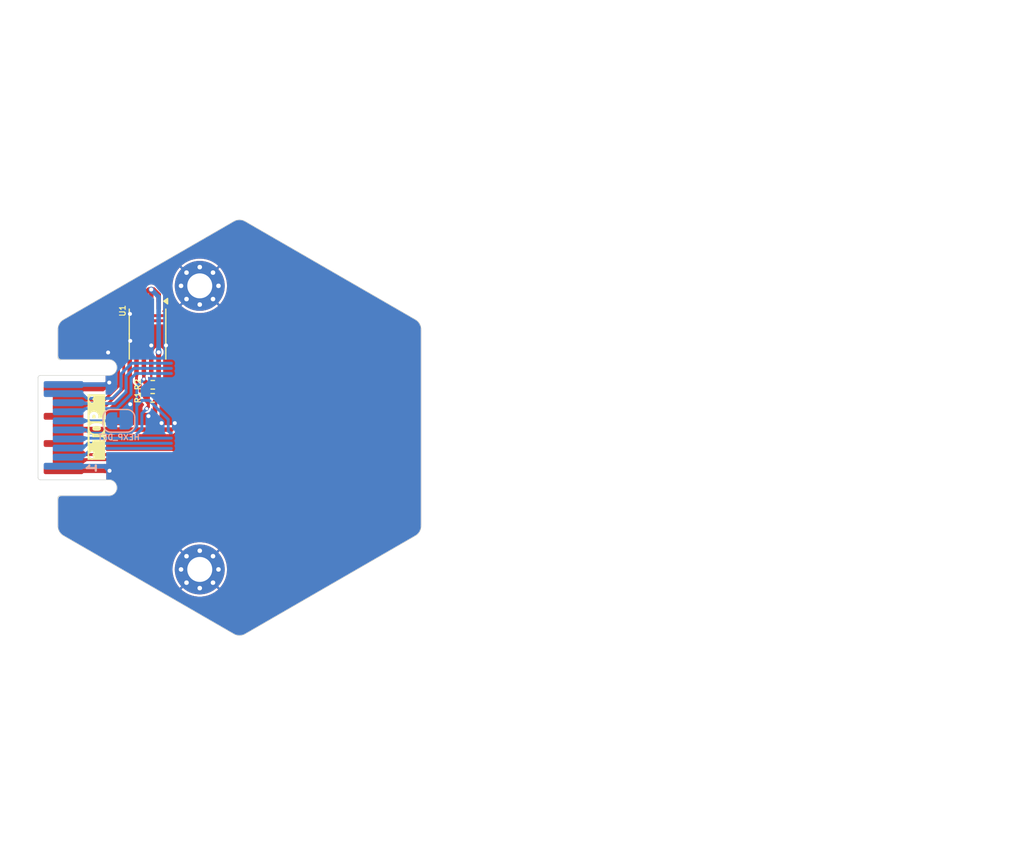
<source format=kicad_pcb>
(kicad_pcb (version 20240108) (generator "pcbnew") (generator_version "8.0")
  (layers (0 "F.Cu" signal) (31 "B.Cu" signal) (34 "B.Paste" user) (35 "F.Paste" user) (36 "B.SilkS" user "B.Silkscreen") (37 "F.SilkS" user "F.Silkscreen") (38 "B.Mask" user) (39 "F.Mask" user) (44 "Edge.Cuts" user))
  (net 0 "")
  (net 1 "GND")
  (net 2 "/LS_A")
  (net 3 "/LS_B")
  (net 4 "/SDA")
  (net 5 "/SCL")
  (net 6 "/LS_C")
  (net 7 "/LS_D")
  (net 8 "/LS_E")
  (net 9 "/HS_F")
  (net 10 "/HS_G")
  (net 11 "/HS_H")
  (net 12 "/HS_I")
  (net 13 "/HEXP_DET")
  (net 14 "+3V3")
  (footprint "tildagon:hexpansion-edge-connector" (layer "F.Cu") (at 98.25 100)
    (property "Reference" "J1" (hide yes))
    (property "Value" "Hexpansion-Connector" (hide yes))
    (fp_line (start 0 4.4) (end 0 -4.4) (stroke (width 0.05)) (layer "Edge.Cuts"))
    (fp_line (start 6.25 -6) (end 2 -6) (stroke (width 0.05)) (layer "Edge.Cuts"))
    (fp_line (start 6.25 -4.6) (end 0.2 -4.6) (stroke (width 0.05)) (layer "Edge.Cuts"))
    (fp_line (start 6.25 4.6) (end 0.2 4.6) (stroke (width 0.05)) (layer "Edge.Cuts"))
    (fp_line (start 6.25 6) (end 2 6) (stroke (width 0.05)) (layer "Edge.Cuts"))
    (fp_arc (start 0 -4.4) (mid 0.058579 -4.541421) (end 0.2 -4.6) (stroke (width 0.05)) (layer "Edge.Cuts"))
    (fp_arc (start 0.2 4.6) (mid 0.058579 4.541421) (end 0 4.4) (stroke (width 0.05)) (layer "Edge.Cuts"))
    (fp_arc (start 6.25 -6) (mid 6.744975 -5.794975) (end 6.95 -5.3) (stroke (width 0.05)) (layer "Edge.Cuts"))
    (fp_arc (start 6.25 4.6) (mid 6.744975 4.805025) (end 6.95 5.3) (stroke (width 0.05)) (layer "Edge.Cuts"))
    (fp_arc (start 6.95 -5.3) (mid 6.744975 -4.805025) (end 6.25 -4.6) (stroke (width 0.05)) (layer "Edge.Cuts"))
    (fp_arc (start 6.95 5.3) (mid 6.744975 5.794975) (end 6.25 6) (stroke (width 0.05)) (layer "Edge.Cuts"))
    (fp_text user "1" (at 5.2 3.05 90) (layer "B.SilkS") (effects (font (size 0.8 0.8) (thickness 0.2) (bold yes)) (justify left bottom mirror)))
    (fp_text user "^ TOP ^" (at 5.8 2.85 90) (layer "F.SilkS" knockout) (effects (font (thickness 0.25) (bold yes)) (justify left bottom)))
    (pad "1" smd roundrect (at 2.25 3.4) (size 3.5 0.6) (layers "B.Cu" "B.Mask") (net 1 "GND"))
    (pad "2" smd roundrect (at 2.65 2.6) (size 2.7 0.6) (layers "B.Cu" "B.Mask") (net 2 "/LS_A"))
    (pad "3" smd roundrect (at 2.65 1.8) (size 2.7 0.6) (layers "B.Cu" "B.Mask") (net 3 "/LS_B"))
    (pad "4" smd roundrect (at 2.65 1) (size 2.7 0.6) (layers "B.Cu" "B.Mask") (net 4 "/SDA"))
    (pad "5" smd roundrect (at 2.65 0.2) (size 2.7 0.6) (layers "B.Cu" "B.Mask") (net 5 "/SCL"))
    (pad "6" smd roundrect (at 2.65 -0.6) (size 2.7 0.6) (layers "B.Cu" "B.Mask") (net 13 "/HEXP_DET"))
    (pad "7" smd roundrect (at 2.65 -1.4) (size 2.7 0.6) (layers "B.Cu" "B.Mask") (net 6 "/LS_C"))
    (pad "8" smd roundrect (at 2.65 -2.2) (size 2.7 0.6) (layers "B.Cu" "B.Mask") (net 7 "/LS_D"))
    (pad "9" smd roundrect (at 2.25 -3) (size 3.5 0.6) (layers "B.Cu" "B.Mask") (net 8 "/LS_E"))
    (pad "10" smd roundrect (at 2.25 -3.8) (size 3.5 0.6) (layers "B.Cu" "B.Mask") (net 1 "GND"))
    (pad "11" smd roundrect (at 2.25 -3.4 180) (size 3.5 0.6) (layers "F.Cu" "F.Mask") (net 1 "GND"))
    (pad "12" smd roundrect (at 2.65 -2.6 180) (size 2.7 0.6) (layers "F.Cu" "F.Mask") (net 9 "/HS_F"))
    (pad "13" smd roundrect (at 2.65 -1.8 180) (size 2.7 0.6) (layers "F.Cu" "F.Mask") (net 10 "/HS_G"))
    (pad "14" smd roundrect (at 2.25 -1 180) (size 3.5 0.6) (layers "F.Cu" "F.Mask") (net 1 "GND"))
    (pad "15" smd roundrect (at 2.65 -0.2 180) (size 2.7 0.6) (layers "F.Cu" "F.Mask") (net 14 "+3V3"))
    (pad "16" smd roundrect (at 2.65 0.6 180) (size 2.7 0.6) (layers "F.Cu" "F.Mask") (net 14 "+3V3"))
    (pad "17" smd roundrect (at 2.25 1.4 180) (size 3.5 0.6) (layers "F.Cu" "F.Mask") (net 1 "GND"))
    (pad "18" smd roundrect (at 2.65 2.2 180) (size 2.7 0.6) (layers "F.Cu" "F.Mask") (net 11 "/HS_H"))
    (pad "19" smd roundrect (at 2.65 3 180) (size 2.7 0.6) (layers "F.Cu" "F.Mask") (net 12 "/HS_I"))
    (pad "20" smd roundrect (at 2.25 3.8 180) (size 3.5 0.6) (layers "F.Cu" "F.Mask") (net 1 "GND"))
  )
  (footprint "MountingHole:MountingHole_2.2mm_M2_Pad_Via" (layer "F.Cu") (at 112.5 87.5)
    (property "Reference" "H2" (hide yes))
    (property "Value" "MountingHole_Pad" (hide yes))
    (pad "1" thru_hole circle (at -1.65 0) (size 0.7 0.7) (drill 0.4) (layers "*.Cu" "*.Mask") (net 1 "GND"))
    (pad "1" thru_hole circle (at -1.166726 -1.166726) (size 0.7 0.7) (drill 0.4) (layers "*.Cu" "*.Mask") (net 1 "GND"))
    (pad "1" thru_hole circle (at -1.166726 1.166726) (size 0.7 0.7) (drill 0.4) (layers "*.Cu" "*.Mask") (net 1 "GND"))
    (pad "1" thru_hole circle (at 0 -1.65) (size 0.7 0.7) (drill 0.4) (layers "*.Cu" "*.Mask") (net 1 "GND"))
    (pad "1" thru_hole circle (at 0 0) (size 4.4 4.4) (drill 2.2) (layers "*.Cu" "*.Mask") (net 1 "GND"))
    (pad "1" thru_hole circle (at 0 1.65) (size 0.7 0.7) (drill 0.4) (layers "*.Cu" "*.Mask") (net 1 "GND"))
    (pad "1" thru_hole circle (at 1.166726 -1.166726) (size 0.7 0.7) (drill 0.4) (layers "*.Cu" "*.Mask") (net 1 "GND"))
    (pad "1" thru_hole circle (at 1.166726 1.166726) (size 0.7 0.7) (drill 0.4) (layers "*.Cu" "*.Mask") (net 1 "GND"))
    (pad "1" thru_hole circle (at 1.65 0) (size 0.7 0.7) (drill 0.4) (layers "*.Cu" "*.Mask") (net 1 "GND"))
  )
  (footprint "Resistor_SMD:R_0402_1005Metric" (layer "F.Cu") (at 108.35 97.375 180)
    (property "Reference" "R1" (at 1.3 0.025 90) (layer "F.SilkS") (effects (font (size 0.5 0.5) (thickness 0.1) (bold yes))))
    (property "Value" "4k7")
    (fp_line (start -0.153641 0.38) (end 0.153641 0.38) (stroke (width 0.12)) (layer "F.SilkS"))
    (fp_line (start -0.153641 -0.38) (end 0.153641 -0.38) (stroke (width 0.12)) (layer "F.SilkS"))
    (pad "1" smd roundrect (at -0.51 0 180) (size 0.54 0.64) (layers "F.Cu" "F.Paste" "F.Mask") (net 14 "+3V3"))
    (pad "2" smd roundrect (at 0.51 0 180) (size 0.54 0.64) (layers "F.Cu" "F.Paste" "F.Mask") (net 4 "/SDA"))
  )
  (footprint "Package_SO:TSSOP-8_4.4x3mm_P0.65mm" (layer "F.Cu") (at 107.9 91.75 -90)
    (property "Reference" "U1" (at -2.05 2.2 90) (layer "F.SilkS") (effects (font (size 0.5 0.5) (thickness 0.1) (bold yes))))
    (property "Value" "ZD24C64A-XGMT" (hide yes))
    (fp_line (start 0 1.61) (end -2.2 1.61) (stroke (width 0.12)) (layer "F.SilkS"))
    (fp_line (start 0 1.61) (end 2.2 1.61) (stroke (width 0.12)) (layer "F.SilkS"))
    (fp_line (start 0 -1.61) (end -2.2 -1.61) (stroke (width 0.12)) (layer "F.SilkS"))
    (fp_line (start 0 -1.61) (end 2.2 -1.61) (stroke (width 0.12)) (layer "F.SilkS"))
    (fp_poly (pts (xy -2.9 -1.435) (xy -3.14 -1.765) (xy -2.66 -1.765) (xy -2.9 -1.435)) (stroke (width 0.12)) (fill solid) (layer "F.SilkS"))
    (pad "1" smd roundrect (at -2.8625 -0.975 270) (size 1.475 0.4) (layers "F.Cu" "F.Paste" "F.Mask") (net 14 "+3V3"))
    (pad "2" smd roundrect (at -2.8625 -0.325 270) (size 1.475 0.4) (layers "F.Cu" "F.Paste" "F.Mask") (net 14 "+3V3"))
    (pad "3" smd roundrect (at -2.8625 0.325 270) (size 1.475 0.4) (layers "F.Cu" "F.Paste" "F.Mask") (net 14 "+3V3"))
    (pad "4" smd roundrect (at -2.8625 0.975 270) (size 1.475 0.4) (layers "F.Cu" "F.Paste" "F.Mask") (net 1 "GND"))
    (pad "5" smd roundrect (at 2.8625 0.975 270) (size 1.475 0.4) (layers "F.Cu" "F.Paste" "F.Mask") (net 4 "/SDA"))
    (pad "6" smd roundrect (at 2.8625 0.325 270) (size 1.475 0.4) (layers "F.Cu" "F.Paste" "F.Mask") (net 5 "/SCL"))
    (pad "7" smd roundrect (at 2.8625 -0.325 270) (size 1.475 0.4) (layers "F.Cu" "F.Paste" "F.Mask") (net 1 "GND"))
    (pad "8" smd roundrect (at 2.8625 -0.975 270) (size 1.475 0.4) (layers "F.Cu" "F.Paste" "F.Mask") (net 14 "+3V3"))
  )
  (footprint "Resistor_SMD:R_0402_1005Metric" (layer "F.Cu") (at 108.36 96.225 180)
    (property "Reference" "R2" (at 1.31 0.025 90) (layer "F.SilkS") (effects (font (size 0.5 0.5) (thickness 0.1) (bold yes))))
    (property "Value" "4k7")
    (fp_line (start -0.153641 0.38) (end 0.153641 0.38) (stroke (width 0.12)) (layer "F.SilkS"))
    (fp_line (start -0.153641 -0.38) (end 0.153641 -0.38) (stroke (width 0.12)) (layer "F.SilkS"))
    (pad "1" smd roundrect (at -0.51 0 180) (size 0.54 0.64) (layers "F.Cu" "F.Paste" "F.Mask") (net 14 "+3V3"))
    (pad "2" smd roundrect (at 0.51 0 180) (size 0.54 0.64) (layers "F.Cu" "F.Paste" "F.Mask") (net 5 "/SCL"))
  )
  (footprint "MountingHole:MountingHole_2.2mm_M2_Pad_Via" (layer "F.Cu") (at 112.5 112.5)
    (property "Reference" "H1" (hide yes))
    (property "Value" "MountingHole_Pad" (hide yes))
    (pad "1" thru_hole circle (at -1.65 0) (size 0.7 0.7) (drill 0.4) (layers "*.Cu" "*.Mask") (net 1 "GND"))
    (pad "1" thru_hole circle (at -1.166726 -1.166726) (size 0.7 0.7) (drill 0.4) (layers "*.Cu" "*.Mask") (net 1 "GND"))
    (pad "1" thru_hole circle (at -1.166726 1.166726) (size 0.7 0.7) (drill 0.4) (layers "*.Cu" "*.Mask") (net 1 "GND"))
    (pad "1" thru_hole circle (at 0 -1.65) (size 0.7 0.7) (drill 0.4) (layers "*.Cu" "*.Mask") (net 1 "GND"))
    (pad "1" thru_hole circle (at 0 0) (size 4.4 4.4) (drill 2.2) (layers "*.Cu" "*.Mask") (net 1 "GND"))
    (pad "1" thru_hole circle (at 0 1.65) (size 0.7 0.7) (drill 0.4) (layers "*.Cu" "*.Mask") (net 1 "GND"))
    (pad "1" thru_hole circle (at 1.166726 -1.166726) (size 0.7 0.7) (drill 0.4) (layers "*.Cu" "*.Mask") (net 1 "GND"))
    (pad "1" thru_hole circle (at 1.166726 1.166726) (size 0.7 0.7) (drill 0.4) (layers "*.Cu" "*.Mask") (net 1 "GND"))
    (pad "1" thru_hole circle (at 1.65 0) (size 0.7 0.7) (drill 0.4) (layers "*.Cu" "*.Mask") (net 1 "GND"))
  )
  (footprint "Jumper:SolderJumper-2_P1.3mm_Bridged_RoundedPad1.0x1.5mm" (layer "B.Cu") (at 105.375 99.4)
    (property "Reference" "JP1" (hide yes))
    (property "Value" "HEXP_DET" (at 0 1.45 0) (layer "B.SilkS") (effects (font (size 0.5 0.5) (thickness 0.1) (bold yes)) (justify mirror)))
    (fp_poly (pts (xy 0.25 0.3) (xy -0.25 0.3) (xy -0.25 -0.3) (xy 0.25 -0.3)) (fill solid) (layer "B.Cu"))
    (fp_line (start -1.4 0.3) (end -1.4 -0.3) (stroke (width 0.12)) (layer "B.SilkS"))
    (fp_line (start -0.7 -1) (end 0.7 -1) (stroke (width 0.12)) (layer "B.SilkS"))
    (fp_line (start 0.7 1) (end -0.7 1) (stroke (width 0.12)) (layer "B.SilkS"))
    (fp_line (start 1.4 -0.3) (end 1.4 0.3) (stroke (width 0.12)) (layer "B.SilkS"))
    (fp_arc (start -1.4 -0.3) (mid -1.194975 -0.794975) (end -0.7 -1) (stroke (width 0.12)) (layer "B.SilkS"))
    (fp_arc (start -0.7 1) (mid -1.194975 0.794975) (end -1.4 0.3) (stroke (width 0.12)) (layer "B.SilkS"))
    (fp_arc (start 0.7 -1) (mid 1.194975 -0.794975) (end 1.4 -0.3) (stroke (width 0.12)) (layer "B.SilkS"))
    (fp_arc (start 1.4 0.3) (mid 1.194975 0.794975) (end 0.7 1) (stroke (width 0.12)) (layer "B.SilkS"))
    (pad "1" smd custom (at -0.65 0) (size 1 0.5) (layers "B.Cu" "B.Mask") (net 13 "/HEXP_DET") (options (clearance outline) (anchor rect)) (primitives (gr_circle (center 0 -0.25) (end 0.5 -0.25) (width 0) (fill yes)) (gr_circle (center 0 0.25) (end 0.5 0.25) (width 0) (fill yes)) (gr_poly (pts (xy 0.5 -0.75) (xy 0 -0.75) (xy 0 0.75) (xy 0.5 0.75)) (width 0) (fill yes))))
    (pad "2" smd custom (at 0.65 0) (size 1 0.5) (layers "B.Cu" "B.Mask") (net 1 "GND") (options (clearance outline) (anchor rect)) (primitives (gr_circle (center 0 -0.25) (end 0.5 -0.25) (width 0) (fill yes)) (gr_circle (center 0 0.25) (end 0.5 0.25) (width 0) (fill yes)) (gr_poly (pts (xy 0 -0.75) (xy -0.5 -0.75) (xy -0.5 0.75) (xy 0 0.75)) (width 0) (fill yes))))
  )
  (gr_line (start 100.15 100.175) (end 104.875 100.175) (stroke (width 0.5)) (layer "F.Cu") (net 14))
  (gr_line (start 100.5 90.473725) (end 115.499995 81.813472) (stroke (width 0.05)) (layer "Edge.Cuts"))
  (gr_arc (start 131.499989 90.473725) (mid 131.866015 90.83975) (end 131.999989 91.33975) (stroke (width 0.05)) (layer "Edge.Cuts"))
  (gr_arc (start 100.25 94) (mid 100.073223 93.926777) (end 100 93.75) (stroke (width 0.1)) (layer "Edge.Cuts"))
  (gr_arc (start 115.499995 81.813472) (mid 115.999995 81.679497) (end 116.499995 81.813472) (stroke (width 0.05)) (layer "Edge.Cuts"))
  (gr_line (start 100.5 109.526269) (end 115.499995 118.186522) (stroke (width 0.05)) (layer "Edge.Cuts"))
  (gr_line (start 131.999989 91.33975) (end 131.999989 108.660243) (stroke (width 0.05)) (layer "Edge.Cuts"))
  (gr_line (start 100 93.75) (end 100 91.33975) (stroke (width 0.05)) (layer "Edge.Cuts"))
  (gr_arc (start 100 91.33975) (mid 100.133975 90.83975) (end 100.5 90.473725) (stroke (width 0.05)) (layer "Edge.Cuts"))
  (gr_line (start 100 106.25) (end 100 108.660243) (stroke (width 0.05)) (layer "Edge.Cuts"))
  (gr_line (start 116.499995 81.813472) (end 131.499989 90.473725) (stroke (width 0.05)) (layer "Edge.Cuts"))
  (gr_arc (start 100 106.25) (mid 100.073223 106.073223) (end 100.25 106) (stroke (width 0.1)) (layer "Edge.Cuts"))
  (gr_arc (start 100.5 109.526269) (mid 100.133975 109.160243) (end 100 108.660243) (stroke (width 0.05)) (layer "Edge.Cuts"))
  (gr_arc (start 131.999989 108.660243) (mid 131.866015 109.160243) (end 131.499989 109.526269) (stroke (width 0.05)) (layer "Edge.Cuts"))
  (gr_arc (start 116.499995 118.186522) (mid 115.999995 118.320497) (end 115.499995 118.186522) (stroke (width 0.05)) (layer "Edge.Cuts"))
  (gr_line (start 116.499995 118.186522) (end 131.499989 109.526269) (stroke (width 0.05)) (layer "Edge.Cuts"))
  (segment (start 100.5 103.8) (end 104.55 103.8) (width 0.4) (layer "F.Cu") (net 1))
  (segment (start 103.95 96.6) (end 104.525 96.025) (width 0.4) (layer "F.Cu") (net 1))
  (segment (start 100.5 96.6) (end 103.95 96.6) (width 0.4) (layer "F.Cu") (net 1))
  (via (at 104.55 103.8) (size 0.5) (drill 0.35) (layers "F.Cu" "B.Cu") (net 1))
  (via (at 108.225 92.753441) (size 0.5) (drill 0.35) (layers "F.Cu" "B.Cu") (net 1))
  (via (at 104.425 93.375) (size 0.5) (drill 0.35) (layers "F.Cu" "B.Cu") (net 1))
  (via (at 110.3 99.6) (size 0.5) (drill 0.35) (layers "F.Cu" "B.Cu") (net 1))
  (via (at 109.131587 99.6) (size 0.5) (drill 0.35) (layers "F.Cu" "B.Cu") (net 1))
  (via (at 104.525 96.025) (size 0.5) (drill 0.35) (layers "F.Cu" "B.Cu") (net 1))
  (via (at 106.375 92.35) (size 0.5) (drill 0.35) (layers "F.Cu" "B.Cu") (net 1))
  (via (at 109.525 92.75) (size 0.5) (drill 0.35) (layers "F.Cu" "B.Cu") (net 1))
  (via (at 106.35 89.975) (size 0.5) (drill 0.35) (layers "F.Cu" "B.Cu") (net 1))
  (via (at 107.981587 98.981587) (size 0.5) (drill 0.35) (layers "F.Cu" "B.Cu") (net 1))
  (via (at 106.375001 97.938172) (size 0.5) (drill 0.35) (layers "F.Cu" "B.Cu") (net 1))
  (segment (start 100.5 96.2) (end 104.35 96.2) (width 0.4) (layer "B.Cu") (net 1))
  (segment (start 104.35 96.2) (end 104.525 96.025) (width 0.4) (layer "B.Cu") (net 1))
  (segment (start 100.5 103.4) (end 104.15 103.4) (width 0.4) (layer "B.Cu") (net 1))
  (segment (start 104.15 103.4) (end 104.55 103.8) (width 0.4) (layer "B.Cu") (net 1))
  (segment (start 102.2 102.6) (end 102.97 101.83) (width 0.25) (layer "B.Cu") (net 2))
  (segment (start 102.97 101.83) (end 110 101.83) (width 0.25) (layer "B.Cu") (net 2))
  (segment (start 100.9 102.6) (end 102.2 102.6) (width 0.25) (layer "B.Cu") (net 2))
  (segment (start 102.225 101.8) (end 102.645 101.38) (width 0.25) (layer "B.Cu") (net 3))
  (segment (start 100.9 101.8) (end 102.225 101.8) (width 0.25) (layer "B.Cu") (net 3))
  (segment (start 102.645 101.38) (end 110 101.38) (width 0.25) (layer "B.Cu") (net 3))
  (segment (start 107.255 96.266396) (end 107.255 96.79) (width 0.25) (layer "F.Cu") (net 4))
  (segment (start 107.975 98.175) (end 107.975 97.51) (width 0.25) (layer "F.Cu") (net 4))
  (segment (start 107.255 96.79) (end 107.84 97.375) (width 0.25) (layer "F.Cu") (net 4))
  (segment (start 107.825 98.325) (end 107.975 98.175) (width 0.25) (layer "F.Cu") (net 4))
  (segment (start 107.975 97.51) (end 107.84 97.375) (width 0.25) (layer "F.Cu") (net 4))
  (segment (start 106.925 95.936396) (end 107.255 96.266396) (width 0.25) (layer "F.Cu") (net 4))
  (segment (start 106.925 94.6125) (end 106.925 95.936396) (width 0.25) (layer "F.Cu") (net 4))
  (via (at 107.825 98.325) (size 0.35) (drill 0.25) (layers "F.Cu" "B.Cu") (net 4))
  (segment (start 107.4 98.75) (end 107.4 100.111396) (width 0.25) (layer "B.Cu") (net 4))
  (segment (start 100.97 100.93) (end 100.9 101) (width 0.25) (layer "B.Cu") (net 4))
  (segment (start 107.4 100.111396) (end 106.581396 100.93) (width 0.25) (layer "B.Cu") (net 4))
  (segment (start 107.825 98.325) (end 107.4 98.75) (width 0.25) (layer "B.Cu") (net 4))
  (segment (start 106.581396 100.93) (end 100.97 100.93) (width 0.25) (layer "B.Cu") (net 4))
  (segment (start 106.586396 100.925) (end 110 100.925) (width 0.25) (layer "B.Cu") (net 4))
  (segment (start 106.581396 100.93) (end 106.586396 100.925) (width 0.25) (layer "B.Cu") (net 4))
  (segment (start 107.575 95.95) (end 107.85 96.225) (width 0.25) (layer "F.Cu") (net 5))
  (segment (start 107.575 95.725) (end 107.575 95.95) (width 0.25) (layer "F.Cu") (net 5))
  (segment (start 107.575 94.6125) (end 107.575 95.725) (width 0.25) (layer "F.Cu") (net 5))
  (via (at 107.575 95.725) (size 0.35) (drill 0.25) (layers "F.Cu" "B.Cu") (net 5))
  (segment (start 107.425 97.6) (end 108.05 97.6) (width 0.25) (layer "B.Cu") (net 5))
  (segment (start 106.395 100.48) (end 102.780454 100.48) (width 0.25) (layer "B.Cu") (net 5))
  (segment (start 108.05 97.6) (end 109.725 99.275) (width 0.25) (layer "B.Cu") (net 5))
  (segment (start 106.95 99.925) (end 106.395 100.48) (width 0.25) (layer "B.Cu") (net 5))
  (segment (start 106.95 96.35) (end 106.95 98.075) (width 0.25) (layer "B.Cu") (net 5))
  (segment (start 106.95 98.075) (end 107.425 97.6) (width 0.25) (layer "B.Cu") (net 5))
  (segment (start 109.725 99.275) (end 109.725 100.3) (width 0.25) (layer "B.Cu") (net 5))
  (segment (start 109.9 100.475) (end 110 100.475) (width 0.25) (layer "B.Cu") (net 5))
  (segment (start 102.500454 100.2) (end 100.9 100.2) (width 0.25) (layer "B.Cu") (net 5))
  (segment (start 102.780454 100.48) (end 102.500454 100.2) (width 0.25) (layer "B.Cu") (net 5))
  (segment (start 109.725 100.3) (end 109.9 100.475) (width 0.25) (layer "B.Cu") (net 5))
  (segment (start 107.575 95.725) (end 106.95 96.35) (width 0.25) (layer "B.Cu") (net 5))
  (segment (start 106.95 98.075) (end 106.95 99.925) (width 0.25) (layer "B.Cu") (net 5))
  (segment (start 105.18 98.32) (end 106.45 97.05) (width 0.25) (layer "B.Cu") (net 6))
  (segment (start 106.45 97.05) (end 106.45 95.649695) (width 0.25) (layer "B.Cu") (net 6))
  (segment (start 102.405908 98.32) (end 105.18 98.32) (width 0.25) (layer "B.Cu") (net 6))
  (segment (start 106.874695 95.225) (end 110 95.225) (width 0.25) (layer "B.Cu") (net 6))
  (segment (start 106.45 95.649695) (end 106.874695 95.225) (width 0.25) (layer "B.Cu") (net 6))
  (segment (start 102.125908 98.6) (end 102.405908 98.32) (width 0.25) (layer "B.Cu") (net 6))
  (segment (start 100.9 98.6) (end 102.125908 98.6) (width 0.25) (layer "B.Cu") (net 6))
  (segment (start 106.688299 94.775) (end 110 94.775) (width 0.25) (layer "B.Cu") (net 7))
  (segment (start 100.97 97.87) (end 104.993604 97.87) (width 0.25) (layer "B.Cu") (net 7))
  (segment (start 100.9 97.8) (end 100.97 97.87) (width 0.25) (layer "B.Cu") (net 7))
  (segment (start 104.993604 97.87) (end 106 96.863604) (width 0.25) (layer "B.Cu") (net 7))
  (segment (start 106 95.463299) (end 106.688299 94.775) (width 0.25) (layer "B.Cu") (net 7))
  (segment (start 106 96.863604) (end 106 95.463299) (width 0.25) (layer "B.Cu") (net 7))
  (segment (start 100.5 97) (end 102.125908 97) (width 0.25) (layer "B.Cu") (net 8))
  (segment (start 102.125908 97) (end 102.545908 97.42) (width 0.25) (layer "B.Cu") (net 8))
  (segment (start 102.545908 97.42) (end 104.807208 97.42) (width 0.25) (layer "B.Cu") (net 8))
  (segment (start 104.807208 97.42) (end 105.55 96.677208) (width 0.25) (layer "B.Cu") (net 8))
  (segment (start 105.55 96.677208) (end 105.55 95.276903) (width 0.25) (layer "B.Cu") (net 8))
  (segment (start 106.501903 94.325) (end 110 94.325) (width 0.25) (layer "B.Cu") (net 8))
  (segment (start 105.55 95.276903) (end 106.501903 94.325) (width 0.25) (layer "B.Cu") (net 8))
  (segment (start 105.35 91.95) (end 107.175 90.125) (width 0.25) (layer "F.Cu") (net 9))
  (segment (start 104.088604 97.575) (end 105.35 96.313604) (width 0.25) (layer "F.Cu") (net 9))
  (segment (start 100.9 97.4) (end 101.075 97.575) (width 0.25) (layer "F.Cu") (net 9))
  (segment (start 105.35 96.313604) (end 105.35 91.95) (width 0.25) (layer "F.Cu") (net 9))
  (segment (start 107.175 90.125) (end 110 90.125) (width 0.25) (layer "F.Cu") (net 9))
  (segment (start 101.075 97.575) (end 104.088604 97.575) (width 0.25) (layer "F.Cu") (net 9))
  (segment (start 105.8 96.5) (end 105.8 92.136396) (width 0.25) (layer "F.Cu") (net 10))
  (segment (start 101.075 98.025) (end 104.275 98.025) (width 0.25) (layer "F.Cu") (net 10))
  (segment (start 107.361396 90.575) (end 110 90.575) (width 0.25) (layer "F.Cu") (net 10))
  (segment (start 100.9 98.2) (end 101.075 98.025) (width 0.25) (layer "F.Cu") (net 10))
  (segment (start 105.8 92.136396) (end 107.361396 90.575) (width 0.25) (layer "F.Cu") (net 10))
  (segment (start 104.275 98.025) (end 105.8 96.5) (width 0.25) (layer "F.Cu") (net 10))
  (segment (start 100.9 102.2) (end 101.075 102.375) (width 0.25) (layer "F.Cu") (net 11))
  (segment (start 101.075 102.375) (end 110 102.375) (width 0.25) (layer "F.Cu") (net 11))
  (segment (start 100.9 103) (end 101.075 102.825) (width 0.25) (layer "F.Cu") (net 12))
  (segment (start 101.075 102.825) (end 110 102.825) (width 0.25) (layer "F.Cu") (net 12))
  (segment (start 104.725 99.4) (end 100.9 99.4) (width 0.25) (layer "B.Cu") (net 13))
  (segment (start 107.575 88.8875) (end 107.575 88.275) (width 0.4) (layer "F.Cu") (net 14))
  (segment (start 108.556587 100.056587) (end 108.675 100.175) (width 0.4) (layer "F.Cu") (net 14))
  (segment (start 108.975 97.26) (end 108.86 97.375) (width 0.4) (layer "F.Cu") (net 14))
  (segment (start 108.225 87.825) (end 108.225 88.8875) (width 0.4) (layer "F.Cu") (net 14))
  (segment (start 108.875 93.35) (end 108.875 94.6125) (width 0.4) (layer "F.Cu") (net 14))
  (segment (start 108.86 97.375) (end 108.556587 97.678413) (width 0.4) (layer "F.Cu") (net 14))
  (segment (start 108.87 96.225) (end 108.975 96.33) (width 0.4) (layer "F.Cu") (net 14))
  (segment (start 108.675 100.175) (end 104.875 100.175) (width 0.4) (layer "F.Cu") (net 14))
  (segment (start 107.575 88.275) (end 108.025 87.825) (width 0.4) (layer "F.Cu") (net 14))
  (segment (start 108.975 96.33) (end 108.975 97.26) (width 0.4) (layer "F.Cu") (net 14))
  (segment (start 108.875 88.8875) (end 108.875 88.275) (width 0.4) (layer "F.Cu") (net 14))
  (segment (start 108.556587 97.678413) (end 108.556587 100.056587) (width 0.4) (layer "F.Cu") (net 14))
  (segment (start 108.875 94.6125) (end 108.875 96.22) (width 0.4) (layer "F.Cu") (net 14))
  (segment (start 108.875 88.275) (end 108.425 87.825) (width 0.4) (layer "F.Cu") (net 14))
  (segment (start 108.025 87.825) (end 108.225 87.825) (width 0.4) (layer "F.Cu") (net 14))
  (segment (start 108.675 100.175) (end 110 100.175) (width 0.4) (layer "F.Cu") (net 14))
  (segment (start 108.875 96.22) (end 108.87 96.225) (width 0.4) (layer "F.Cu") (net 14))
  (segment (start 108.425 87.825) (end 108.225 87.825) (width 0.4) (layer "F.Cu") (net 14))
  (via (at 108.225 87.825) (size 0.5) (drill 0.35) (layers "F.Cu" "B.Cu") (net 14))
  (via (at 108.875 93.35) (size 0.5) (drill 0.35) (layers "F.Cu" "B.Cu") (net 14))
  (segment (start 108.875 88.475) (end 108.225 87.825) (width 0.4) (layer "B.Cu") (net 14))
  (segment (start 108.875 93.35) (end 108.875 88.475) (width 0.4) (layer "B.Cu") (net 14))
  (zone (net 0) (net_name "") (layers "F&B.Cu") (connect_pads (clearance 0)) (min_thickness 0.25)
    (keepout (tracks allowed) (vias allowed) (pads allowed) (copperpour not_allowed) (footprints allowed))
    (fill (thermal_gap 0.5) (thermal_bridge_width 0.5))
    (polygon (pts (xy 98.25 95.01) (xy 104.2 95.01) (xy 104.27 105.08) (xy 98.25 105.1)))
  )
  (zone (net 1) (net_name "GND") (layers "F&B.Cu") (connect_pads (clearance 0.2)) (min_thickness 0.1) (fill yes (thermal_gap 0.2) (thermal_bridge_width 0.2))
    (polygon (pts (xy 137.4 79.925) (xy 94.975 79.975) (xy 94.9 122.525) (xy 137.4 122.525)))
  )
)
</source>
